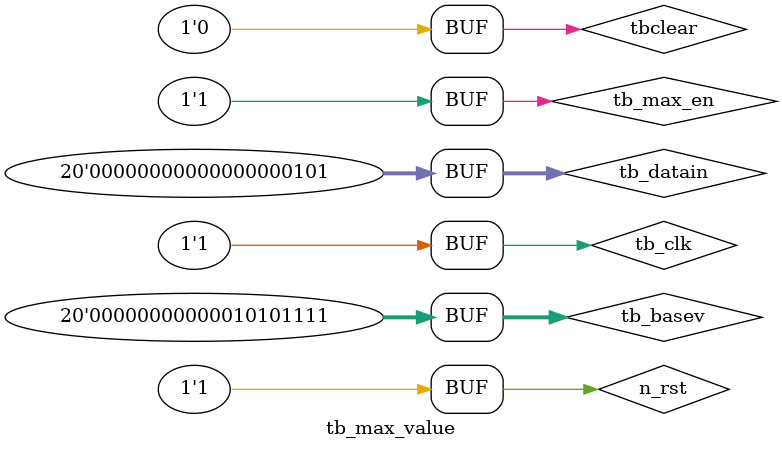
<source format=sv>

`timescale 1 ns / 10 ps
module tb_max_value (); 

   reg   tb_clk, n_rst, tbclear, tb_max_en;
   reg [19:0] tb_basev, tb_cout, tb_datain;
   reg [19:0] tb_out1, tb_out2, tb_maxout; 

max_value Max(.clk(tb_clk), .n_rst(n_rst), .clear(tbclear), .maximum_value_enable(tb_max_en), .baseline_value(tb_basev), .data_input(tb_datain), .output1(tb_out1), .output2(tb_out2), .max_out(tb_maxout));



always begin
tb_clk=0;
#(1.25);
tb_clk=1;
#(1.25);
end

initial begin

n_rst=1;
tbclear=0;
tb_max_en=0;

tb_basev=5;
//-----------------------case 1----------------------------
#(2.5);//start
n_rst=0; tbclear=0; tb_max_en=0;
#(2.5);
n_rst=1; tbclear=0; tb_max_en=0; tb_datain=0;
#(2.5);//shifting start  1
n_rst=1; tbclear=0; tb_max_en=1; tb_datain=10;
#(2.5);
n_rst=1; tbclear=0; tb_max_en=1; tb_datain=10;
#(2.5);
n_rst=1; tbclear=0; tb_max_en=1;  tb_datain=15;
#(2.5);
n_rst=1; tbclear=0; tb_max_en=1;  tb_datain=15;
#(2.5);
n_rst=1; tbclear=0; tb_max_en=1;  tb_datain=20;
#(2.5);
n_rst=1; tbclear=0; tb_max_en=1; tb_datain=25;
#(2.5);
n_rst=1; tbclear=0; tb_max_en=1; tb_datain=30;
#(2.5);
n_rst=1; tbclear=0; tb_max_en=1; tb_datain=35;
#(2.5);
n_rst=1; tbclear=0; tb_max_en=1; tb_datain=20;
#(2.5);
n_rst=1; tbclear=0; tb_max_en=1; tb_datain=15; //10
#(2.5);
n_rst=1; tbclear=0; tb_max_en=1; tb_datain=8;
#(2.5);
n_rst=1; tbclear=0; tb_max_en=1; tb_datain=7;
#(2.5);
n_rst=1; tbclear=0; tb_max_en=1; tb_datain=6;
#(2.5);
n_rst=1; tbclear=0; tb_max_en=1; tb_datain=5;
#(2.5);
n_rst=1; tbclear=0; tb_max_en=1; tb_datain=4;
#(2.5);
n_rst=1; tbclear=0; tb_max_en=1; tb_datain=3;
#(2.5);
n_rst=1; tbclear=0; tb_max_en=1; tb_datain=2;
#(2.5);
n_rst=1; tbclear=0; tb_max_en=1; tb_datain=1;
#(2.5);
n_rst=1; tbclear=0; tb_max_en=1; tb_datain=0;
#(2.5);
n_rst=1; tbclear=0; tb_max_en=1; tb_datain=0;
#(2.5);
n_rst=1; tbclear=1; tb_max_en=0;
#(2.5);
n_rst=1; tbclear=0; tb_max_en=0; tb_basev=175;
#(2.5);
//------------case 2 grabbing 24th value------
n_rst=1; tbclear=0; tb_max_en=1; tb_datain=19876;
#(2.5);
n_rst=1; tbclear=0; tb_max_en=1; tb_datain=8123;
#(2.5);
n_rst=1; tbclear=0; tb_max_en=1;  tb_datain=7123;
#(2.5);
n_rst=1; tbclear=0; tb_max_en=1;  tb_datain=6841;
#(2.5);
n_rst=1; tbclear=0; tb_max_en=1;  tb_datain=6231;
#(2.5);
n_rst=1; tbclear=0; tb_max_en=1; tb_datain=5752;
#(2.5);
n_rst=1; tbclear=0; tb_max_en=1; tb_datain=5512;
#(2.5);
n_rst=1; tbclear=0; tb_max_en=1; tb_datain=5123;
#(2.5);
n_rst=1; tbclear=0; tb_max_en=1; tb_datain=4763;
#(2.5);
n_rst=1; tbclear=0; tb_max_en=1; tb_datain=4455;//10
#(2.5);
n_rst=1; tbclear=0; tb_max_en=1; tb_datain=4000;
#(2.5);
n_rst=1; tbclear=0; tb_max_en=1; tb_datain=3500;
#(2.5);
n_rst=1; tbclear=0; tb_max_en=1; tb_datain=3000;
#(2.5);
n_rst=1; tbclear=0; tb_max_en=1; tb_datain=2500;
#(2.5);
n_rst=1; tbclear=0; tb_max_en=1; tb_datain=2000;
#(2.5);
n_rst=1; tbclear=0; tb_max_en=1; tb_datain=1700;
#(2.5);
n_rst=1; tbclear=0; tb_max_en=1; tb_datain=1000;
#(2.5);
n_rst=1; tbclear=0; tb_max_en=1; tb_datain=500;
#(2.5);
n_rst=1; tbclear=0; tb_max_en=1; tb_datain=250;
#(2.5);
n_rst=1; tbclear=0; tb_max_en=1; tb_datain=2020; //20
#(2.5);
n_rst=1; tbclear=0; tb_max_en=1; tb_datain=1551;
#(2.5);
n_rst=1; tbclear=0; tb_max_en=1; tb_datain=865;
#(2.5);
n_rst=1; tbclear=0; tb_max_en=1; tb_datain=501;
#(2.5);
n_rst=1; tbclear=0; tb_max_en=1; tb_datain=2323;
#(2.5);
n_rst=1; tbclear=0; tb_max_en=1; tb_datain=2424;//25
#(2.5);
n_rst=1; tbclear=0; tb_max_en=1; tb_datain=2525;
#(2.5);
n_rst=1; tbclear=0; tb_max_en=1; tb_datain=2727;
#(2.5);
n_rst=1; tbclear=0; tb_max_en=1; tb_datain=2828; //28
#(2.5);
n_rst=1; tbclear=1; tb_max_en=0;
#(2.5);
n_rst=1; tbclear=0; tb_max_en=0;
#(2.5);
//-------- case 3 small numbers  -------------
n_rst=1; tbclear=0; tb_max_en=1; tb_datain=1;
#(2.5);
n_rst=1; tbclear=0; tb_max_en=1; tb_datain=0;
#(2.5);
n_rst=1; tbclear=0; tb_max_en=1;  tb_datain=2;
#(2.5);
n_rst=1; tbclear=0; tb_max_en=1;  tb_datain=0;
#(2.5);
n_rst=1; tbclear=0; tb_max_en=1;  tb_datain=3;
#(2.5);
n_rst=1; tbclear=0; tb_max_en=1; tb_datain=0;
#(2.5);
n_rst=1; tbclear=0; tb_max_en=1; tb_datain=4;
#(2.5);
n_rst=1; tbclear=0; tb_max_en=1; tb_datain=0;
#(2.5);
n_rst=1; tbclear=0; tb_max_en=1; tb_datain=5;
#(2.5);
n_rst=1; tbclear=0; tb_max_en=1; tb_datain=0;//10
#(2.5);
n_rst=1; tbclear=0; tb_max_en=1; tb_datain=6;
#(2.5);
n_rst=1; tbclear=0; tb_max_en=1; tb_datain=1;
#(2.5);
n_rst=1; tbclear=0; tb_max_en=1; tb_datain=7;
#(2.5);
n_rst=1; tbclear=0; tb_max_en=1; tb_datain=2;
#(2.5);
n_rst=1; tbclear=0; tb_max_en=1; tb_datain=8;
#(2.5);
n_rst=1; tbclear=0; tb_max_en=1; tb_datain=3;
#(2.5);
n_rst=1; tbclear=0; tb_max_en=1; tb_datain=9;
#(2.5);
n_rst=1; tbclear=0; tb_max_en=1; tb_datain=4;
#(2.5);
n_rst=1; tbclear=0; tb_max_en=1; tb_datain=10;
#(2.5);
n_rst=1; tbclear=0; tb_max_en=1; tb_datain=5; //20
#(2.5);
n_rst=1; tbclear=0; tb_max_en=1;
#(2.5);
end

endmodule

</source>
